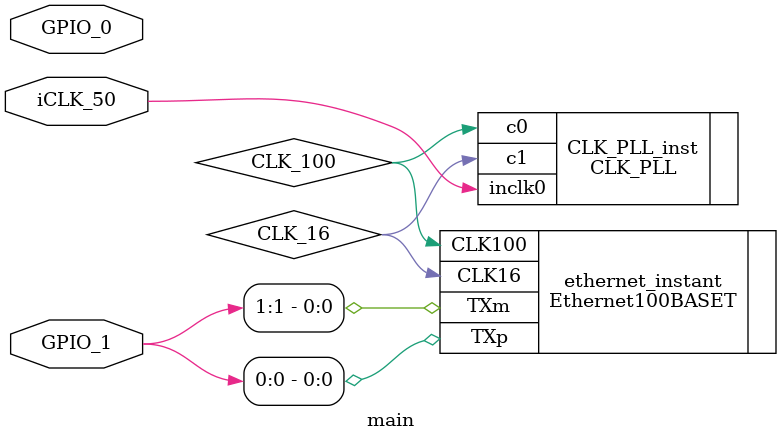
<source format=v>
module main (
	input iCLK_50,
	
	inout [31:0] GPIO_0, GPIO_1
	);
	
	wire CLK_100, CLK_20, CLK_16;
	
	CLK_PLL	CLK_PLL_inst (
		.inclk0 	( iCLK_50 	),
		.c0 		( CLK_100 	),
		.c1 		( CLK_16 	)
	);

	Ethernet100BASET ethernet_instant( 
		.CLK100 	( CLK_100	),
		.CLK16	( CLK_16		),
		.TXp		( GPIO_1[0]	),
		.TXm		( GPIO_1[1]	)
	);

endmodule

</source>
